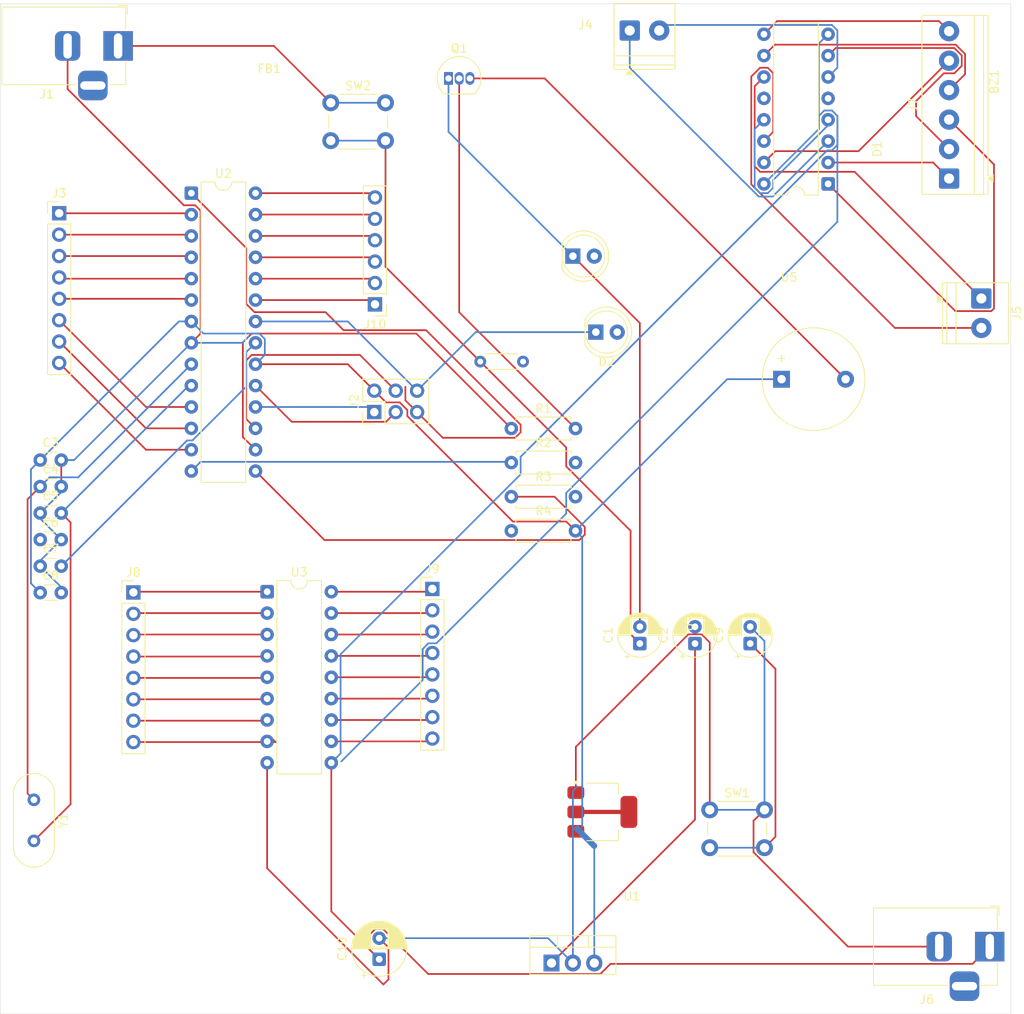
<source format=kicad_pcb>
(kicad_pcb (version 20241229) (generator "pcbnew") (generator_version "9.0")
  (title_block (title "Arnav BhandariIPd task1"))
  (layers (0 "F.Cu" signal) (2 "B.Cu" signal) (13 "F.Paste" user) (15 "B.Paste" user) (5 "F.SilkS" user "F.Silkscreen") (7 "B.SilkS" user "B.Silkscreen") (1 "F.Mask" user) (3 "B.Mask" user) (25 "Edge.Cuts" user))
  (net 0 "")
  (net 1 "Net-(BZ1--)")
  (net 2 "+5V")
  (net 3 "Net-(C1-Pad1)")
  (net 4 "GND")
  (net 5 "Net-(U1-IN)")
  (net 6 "Net-(U2-XTAL1{slash}PB6)")
  (net 7 "Net-(U2-XTAL2{slash}PB7)")
  (net 8 "Net-(U2-AREF)")
  (net 9 "Reset")
  (net 10 "V_Motor")
  (net 11 "Net-(D1-A)")
  (net 12 "Net-(D2-A)")
  (net 13 "Net-(J1-Pad1)")
  (net 14 "MOSI")
  (net 15 "SCK")
  (net 16 "MISO")
  (net 17 "Net-(J3-Pin_6)")
  (net 18 "Net-(J3-Pin_2)")
  (net 19 "Net-(J3-Pin_7)")
  (net 20 "Net-(J3-Pin_5)")
  (net 21 "Net-(J3-Pin_3)")
  (net 22 "Net-(J3-Pin_8)")
  (net 23 "Net-(J3-Pin_4)")
  (net 24 "Net-(J3-Pin_1)")
  (net 25 "Net-(J4-Pin_2)")
  (net 26 "Net-(J4-Pin_1)")
  (net 27 "Net-(J5-Pin_1)")
  (net 28 "Net-(J5-Pin_2)")
  (net 29 "Net-(J7-Pin_6)")
  (net 30 "Net-(J7-Pin_1)")
  (net 31 "Net-(J7-Pin_3)")
  (net 32 "Net-(J7-Pin_4)")
  (net 33 "Net-(J7-Pin_5)")
  (net 34 "Net-(J7-Pin_2)")
  (net 35 "Net-(J8-Pin_5)")
  (net 36 "Net-(J8-Pin_3)")
  (net 37 "Net-(J8-Pin_7)")
  (net 38 "Net-(J8-Pin_8)")
  (net 39 "Net-(J8-Pin_6)")
  (net 40 "Net-(J8-Pin_1)")
  (net 41 "Net-(J8-Pin_4)")
  (net 42 "Net-(J8-Pin_2)")
  (net 43 "Net-(J9-Pin_7)")
  (net 44 "Net-(J9-Pin_6)")
  (net 45 "Net-(J9-Pin_4)")
  (net 46 "Net-(J9-Pin_5)")
  (net 47 "Net-(J9-Pin_2)")
  (net 48 "Net-(J9-Pin_8)")
  (net 49 "Net-(J9-Pin_1)")
  (net 50 "Net-(J9-Pin_3)")
  (net 51 "Net-(J10-Pin_4)")
  (net 52 "Net-(J10-Pin_5)")
  (net 53 "Net-(J10-Pin_1)")
  (net 54 "Net-(J10-Pin_3)")
  (net 55 "Net-(J10-Pin_6)")
  (net 56 "Net-(J10-Pin_2)")
  (net 57 "Net-(Q1-G)")
  (net 58 "PWM1")
  (net 59 "GPIO_FLAG_1")
  (net 60 "GPIO_FLAG_2")
  (net 61 "+3V3")
  (footprint "Capacitor_THT:C_Disc_D3.0mm_W1.6mm_P2.50mm" (layer "F.Cu") (at 75.75 99.45)
    (property "Reference" "C8")
    (property "Value" "0.1u")
  )
  (footprint "TerminalBlock_Phoenix:TerminalBlock_Phoenix_PT-1,5-2-3.5-H_1x02_P3.50mm_Horizontal" (layer "F.Cu") (at 187.5 64.5 -90)
    (property "Reference" "J5")
    (property "Value" "Screw_Terminal_01x02")
  )
  (footprint "TerminalBlock_Phoenix:TerminalBlock_Phoenix_PT-1,5-6-3.5-H_1x06_P3.50mm_Horizontal" (layer "F.Cu") (at 183.6675 50.25 90)
    (property "Reference" "J7")
    (property "Value" "Screw_Terminal_01x06")
  )
  (footprint "Resistor_THT:R_Axial_DIN0207_L6.3mm_D2.5mm_P7.62mm_Horizontal" (layer "F.Cu") (at 131.69 79.95)
    (property "Reference" "R1")
    (property "Value" "10k")
  )
  (footprint "Package_TO_SOT_THT:TO-92_Inline" (layer "F.Cu") (at 124.23 38.36)
    (property "Reference" "Q1")
    (property "Value" "2N7000")
  )
  (footprint "Capacitor_THT:C_Disc_D3.0mm_W1.6mm_P2.50mm" (layer "F.Cu") (at 75.75 83.7)
    (property "Reference" "C3")
    (property "Value" "0.1u")
  )
  (footprint "LED_THT:LED_D5.0mm" (layer "F.Cu") (at 139 59.47)
    (property "Reference" "D2")
    (property "Value" "LED")
  )
  (footprint "Crystal:Crystal_HC49-U_Vertical" (layer "F.Cu") (at 75 124.06 -90)
    (property "Reference" "Y1")
    (property "Value" "16MHz")
  )
  (footprint "Resistor_THT:R_Axial_DIN0207_L6.3mm_D2.5mm_P7.62mm_Horizontal" (layer "F.Cu") (at 131.69 92.1)
    (property "Reference" "R4")
    (property "Value" "10k")
  )
  (footprint "Capacitor_THT:C_Disc_D3.0mm_W1.6mm_P2.50mm" (layer "F.Cu") (at 75.75 90)
    (property "Reference" "C5")
    (property "Value" "22p")
  )
  (footprint "Connector_BarrelJack:BarrelJack_Horizontal" (layer "F.Cu") (at 188.5 141.5)
    (property "Reference" "J6")
    (property "Value" "Barrel_Jack")
  )
  (footprint "Button_Switch_THT:SW_PUSH_6mm" (layer "F.Cu") (at 155.25 125.25)
    (property "Reference" "SW1")
    (property "Value" "SW_Push")
  )
  (footprint "Capacitor_THT:C_Disc_D3.0mm_W1.6mm_P2.50mm" (layer "F.Cu") (at 75.75 96.3)
    (property "Reference" "C7")
    (property "Value" "0.1u")
  )
  (footprint "Capacitor_THT:CP_Radial_D5.0mm_P2.00mm" (layer "F.Cu") (at 160.05 105.5 90)
    (property "Reference" "C9")
    (property "Value" "1u")
  )
  (footprint "Buzzer_Beeper:Buzzer_12x9.5RM7.6" (layer "F.Cu") (at 163.78 74.09)
    (property "Reference" "BZ1")
    (property "Value" "Buzzer")
  )
  (footprint "TerminalBlock_Phoenix:TerminalBlock_Phoenix_PT-1,5-2-3.5-H_1x02_P3.50mm_Horizontal" (layer "F.Cu") (at 145.75 32.6675)
    (property "Reference" "J4")
    (property "Value" "Screw_Terminal_01x02")
  )
  (footprint "Resistor_THT:R_Axial_DIN0204_L3.6mm_D1.6mm_P5.08mm_Horizontal" (layer "F.Cu") (at 128 72)
    (property "Reference" "FB1")
    (property "Value" "FerriteBead")
  )
  (footprint "Capacitor_THT:CP_Radial_D5.0mm_P2.00mm" (layer "F.Cu") (at 146.95 105.5 90)
    (property "Reference" "C1")
    (property "Value" "1u")
  )
  (footprint "Button_Switch_THT:SW_PUSH_6mm" (layer "F.Cu") (at 110.25 41.25)
    (property "Reference" "SW2")
    (property "Value" "SW_Push")
  )
  (footprint "Connector_PinHeader_2.54mm:PinHeader_1x06_P2.54mm_Vertical" (layer "F.Cu") (at 115.5 65.2 180)
    (property "Reference" "J10")
    (property "Value" "Conn_01x06")
  )
  (footprint "LED_THT:LED_D5.0mm" (layer "F.Cu") (at 141.725 68.5)
    (property "Reference" "D1")
    (property "Value" "LED")
  )
  (footprint "Connector_PinHeader_2.54mm:PinHeader_1x08_P2.54mm_Vertical" (layer "F.Cu") (at 86.815 99.42)
    (property "Reference" "J8")
    (property "Value" "Conn_01x08")
  )
  (footprint "Connector_PinHeader_2.54mm:PinHeader_1x08_P2.54mm_Vertical" (layer "F.Cu") (at 78 54.38)
    (property "Reference" "J3")
    (property "Value" "Conn_01x08")
  )
  (footprint "Connector_BarrelJack:BarrelJack_Horizontal" (layer "F.Cu") (at 85 34.5)
    (property "Reference" "J1")
    (property "Value" "Barrel_Jack")
  )
  (footprint "Package_DIP:DIP-16_W7.62mm" (layer "F.Cu") (at 169.305 50.89 180)
    (property "Reference" "U5")
    (property "Value" "L293")
  )
  (footprint "Package_DIP:DIP-18_W7.62mm" (layer "F.Cu") (at 102.695 99.34)
    (property "Reference" "U3")
    (property "Value" "ULN2803A")
  )
  (footprint "Capacitor_THT:C_Disc_D3.0mm_W1.6mm_P2.50mm" (layer "F.Cu") (at 75.75 93.15)
    (property "Reference" "C6")
    (property "Value" "0.1u")
  )
  (footprint "Package_TO_SOT_THT:TO-220-3_Vertical" (layer "F.Cu") (at 136.46 143.45)
    (property "Reference" "U1")
    (property "Value" "L7805")
  )
  (footprint "Capacitor_THT:CP_Radial_D5.0mm_P2.00mm" (layer "F.Cu") (at 153.5 105.5 90)
    (property "Reference" "C2")
    (property "Value" "1u")
  )
  (footprint "Capacitor_THT:C_Disc_D3.0mm_W1.6mm_P2.50mm" (layer "F.Cu") (at 75.75 86.85)
    (property "Reference" "C4")
    (property "Value" "22p")
  )
  (footprint "Capacitor_THT:CP_Radial_D6.3mm_P2.50mm" (layer "F.Cu") (at 116 143 90)
    (property "Reference" "C10")
    (property "Value" "100u")
  )
  (footprint "Resistor_THT:R_Axial_DIN0207_L6.3mm_D2.5mm_P7.62mm_Horizontal" (layer "F.Cu") (at 131.69 84)
    (property "Reference" "R2")
    (property "Value" "330")
  )
  (footprint "Connector_PinHeader_2.54mm:PinHeader_2x03_P2.54mm_Vertical" (layer "F.Cu") (at 115.42 78 90)
    (property "Reference" "J2")
    (property "Value" "Conn_02x03_Odd_Even")
  )
  (footprint "Package_TO_SOT_SMD:SOT-223-3_TabPin2" (layer "F.Cu") (at 142.5 125.5)
    (property "Reference" "U4")
    (property "Value" "AMS1117-3.3")
  )
  (footprint "Resistor_THT:R_Axial_DIN0207_L6.3mm_D2.5mm_P7.62mm_Horizontal" (layer "F.Cu") (at 131.69 88.05)
    (property "Reference" "R3")
    (property "Value" "330")
  )
  (footprint "Package_DIP:DIP-28_W7.62mm" (layer "F.Cu") (at 93.695 51.99)
    (property "Reference" "U2")
    (property "Value" "ATmega328P-P")
  )
  (footprint "Connector_PinHeader_2.54mm:PinHeader_1x08_P2.54mm_Vertical" (layer "F.Cu") (at 122.315 99)
    (property "Reference" "J9")
    (property "Value" "Conn_01x08")
  )
  (gr_rect (start 71 29.5) (end 191 149.5) (stroke (width 0.05)) (fill no) (layer "Edge.Cuts"))
  (segment (start 135.65 38.36) (end 171.38 74.09) (width 0.2) (layer "F.Cu") (net 1))
  (segment (start 126.77 38.36) (end 135.65 38.36) (width 0.2) (layer "F.Cu") (net 1))
  (segment (start 116.809 76.849) (end 118.43676 76.849) (width 0.2) (layer "F.Cu") (net 2))
  (segment (start 101.315 72.31) (end 112.27 72.31) (width 0.2) (layer "F.Cu") (net 2))
  (segment (start 112.27 72.31) (end 115.42 75.46) (width 0.2) (layer "F.Cu") (net 2))
  (segment (start 131.87124 90.999) (end 138.209 90.999) (width 0.2) (layer "F.Cu") (net 2))
  (segment (start 118.43676 76.849) (end 119.349 77.76124) (width 0.2) (layer "F.Cu") (net 2))
  (segment (start 119.349 77.76124) (end 119.349 78.47676) (width 0.2) (layer "F.Cu") (net 2))
  (segment (start 119.349 78.47676) (end 131.87124 90.999) (width 0.2) (layer "F.Cu") (net 2))
  (segment (start 115.42 75.46) (end 116.809 76.849) (width 0.2) (layer "F.Cu") (net 2))
  (segment (start 138.209 90.999) (end 139.31 92.1) (width 0.2) (layer "F.Cu") (net 2))
  (segment (start 92.22 67.23) (end 93.695 67.23) (width 0.2) (layer "B.Cu") (net 2))
  (segment (start 140.109999 92.899999) (end 140.109999 127.291001) (width 0.2) (layer "B.Cu") (net 2))
  (segment (start 139.31 92.1) (end 140.109999 92.899999) (width 0.2) (layer "B.Cu") (net 2))
  (segment (start 101.77105 68.669) (end 102.416 69.31395) (width 0.2) (layer "B.Cu") (net 2))
  (segment (start 74.649 84.801) (end 75.75 83.7) (width 0.2) (layer "B.Cu") (net 2))
  (segment (start 102.416 71.209) (end 101.315 72.31) (width 0.2) (layer "B.Cu") (net 2))
  (segment (start 141.54 143.45) (end 141.54 129.54) (width 0.2) (layer "B.Cu") (net 2))
  (segment (start 163.78 74.09) (end 157.32 74.09) (width 0.2) (layer "B.Cu") (net 2))
  (segment (start 157.32 74.09) (end 139.31 92.1) (width 0.2) (layer "B.Cu") (net 2))
  (segment (start 93.695 67.23) (end 95.134 68.669) (width 0.2) (layer "B.Cu") (net 2))
  (segment (start 141.54 129.54) (end 139.5 127.5) (width 0.7) (layer "B.Cu") (net 2))
  (segment (start 75.75 83.7) (end 92.22 67.23) (width 0.2) (layer "B.Cu") (net 2))
  (segment (start 102.416 69.31395) (end 102.416 71.209) (width 0.2) (layer "B.Cu") (net 2))
  (segment (start 95.134 68.669) (end 101.77105 68.669) (width 0.2) (layer "B.Cu") (net 2))
  (segment (start 75.75 99.45) (end 74.649 98.349) (width 0.2) (layer "B.Cu") (net 2))
  (segment (start 74.649 98.349) (end 74.649 84.801) (width 0.2) (layer "B.Cu") (net 2))
  (segment (start 145.849 104.399) (end 145.849 92.09605) (width 0.2) (layer "F.Cu") (net 3))
  (segment (start 138.209 84.45605) (end 138.209 82.209) (width 0.2) (layer "F.Cu") (net 3))
  (segment (start 116.75 60.75) (end 128 72) (width 0.2) (layer "F.Cu") (net 3))
  (segment (start 146.95 105.45) (end 146.5 105) (width 0.2) (layer "F.Cu") (net 3))
  (segment (start 145.849 92.09605) (end 138.209 84.45605) (width 0.2) (layer "F.Cu") (net 3))
  (segment (start 116.75 45.75) (end 116.75 60.75) (width 0.2) (layer "F.Cu") (net 3))
  (segment (start 138.209 82.209) (end 128 72) (width 0.2) (layer "F.Cu") (net 3))
  (segment (start 146.95 105.5) (end 145.849 104.399) (width 0.2) (layer "F.Cu") (net 3))
  (segment (start 146.95 105.5) (end 146.95 105.45) (width 0.2) (layer "F.Cu") (net 3))
  (segment (start 110.25 45.75) (end 116.75 45.75) (width 0.2) (layer "B.Cu") (net 3))
  (segment (start 117.101 141.601) (end 116 140.5) (width 0.2) (layer "F.Cu") (net 4))
  (segment (start 94.796 54.07395) (end 94.796 68.669) (width 0.2) (layer "F.Cu") (net 4))
  (segment (start 152.71484 104.399) (end 154.28516 104.399) (width 0.2) (layer "F.Cu") (net 4))
  (segment (start 182.5 141.5) (end 171.660108 141.5) (width 0.2) (layer "F.Cu") (net 4))
  (segment (start 94.15105 53.429) (end 94.796 54.07395) (width 0.2) (layer "F.Cu") (net 4))
  (segment (start 160.449 130.288892) (end 160.449 126.551) (width 0.2) (layer "F.Cu") (net 4))
  (segment (start 79 34.5) (end 79 39.620412) (width 0.2) (layer "F.Cu") (net 4))
  (segment (start 102.695 132.195) (end 116.5 146) (width 0.2) (layer "F.Cu") (net 4))
  (segment (start 146.95 103.5) (end 146.95 67.42) (width 0.2) (layer "F.Cu") (net 4))
  (segment (start 117.101 145.399) (end 117.101 141.601) (width 0.2) (layer "F.Cu") (net 4))
  (segment (start 116.5 146) (end 117.101 145.399) (width 0.2) (layer "F.Cu") (net 4))
  (segment (start 139.35 123.2) (end 139.35 117.76384) (width 0.2) (layer "F.Cu") (net 4))
  (segment (start 154.28516 104.399) (end 155.25 105.36384) (width 0.2) (layer "F.Cu") (net 4))
  (segment (start 94.796 68.669) (end 93.695 69.77) (width 0.2) (layer "F.Cu") (net 4))
  (segment (start 146.95 67.42) (end 139 59.47) (width 0.2) (layer "F.Cu") (net 4))
  (segment (start 102.695 119.66) (end 102.695 132.195) (width 0.2) (layer "F.Cu") (net 4))
  (segment (start 92.808588 53.429) (end 94.15105 53.429) (width 0.2) (layer "F.Cu") (net 4))
  (segment (start 171.660108 141.5) (end 160.449 130.288892) (width 0.2) (layer "F.Cu") (net 4))
  (segment (start 79 39.620412) (end 92.808588 53.429) (width 0.2) (layer "F.Cu") (net 4))
  (segment (start 155.25 105.36384) (end 155.25 125.25) (width 0.2) (layer "F.Cu") (net 4))
  (segment (start 78.25 86.85) (end 78.25 83.7) (width 0.2) (layer "F.Cu") (net 4))
  (segment (start 139.35 117.76384) (end 152.71484 104.399) (width 0.2) (layer "F.Cu") (net 4))
  (segment (start 160.449 126.551) (end 161.75 125.25) (width 0.2) (layer "F.Cu") (net 4))
  (segment (start 120.5 75.46) (end 127.46 68.5) (width 0.2) (layer "B.Cu") (net 4))
  (segment (start 127.46 68.5) (end 141.725 68.5) (width 0.2) (layer "B.Cu") (net 4))
  (segment (start 161.75 125.25) (end 161.75 105.2) (width 0.2) (layer "B.Cu") (net 4))
  (segment (start 162.786 51.34605) (end 162.14105 51.991) (width 0.2) (layer "B.Cu") (net 4))
  (segment (start 136.05 140.5) (end 139 143.45) (width 0.2) (layer "B.Cu") (net 4))
  (segment (start 78.25 83.7) (end 79.765 83.7) (width 0.2) (layer "B.Cu") (net 4))
  (segment (start 78.15 86.15) (end 78.25 86.15) (width 0.2) (layer "B.Cu") (net 4))
  (segment (start 79.765 83.7) (end 93.695 69.77) (width 0.2) (layer "B.Cu") (net 4))
  (segment (start 112.27 67.23) (end 120.5 75.46) (width 0.2) (layer "B.Cu") (net 4))
  (segment (start 78.25 83.7) (end 78.25 83.75) (width 0.2) (layer "B.Cu") (net 4))
  (segment (start 139 123) (end 139.5 122.5) (width 0.2) (layer "B.Cu") (net 4))
  (segment (start 78.25 86.25) (end 78.15 86.15) (width 0.2) (layer "B.Cu") (net 4))
  (segment (start 116 140.5) (end 136.05 140.5) (width 0.2) (layer "B.Cu") (net 4))
  (segment (start 75.75 90) (end 78.25 87.5) (width 0.2) (layer "B.Cu") (net 4))
  (segment (start 155.25 125.25) (end 161.75 125.25) (width 0.2) (layer "B.Cu") (net 4))
  (segment (start 161.22895 51.991) (end 160.584 51.34605) (width 0.2) (layer "B.Cu") (net 4))
  (segment (start 99.75795 69.77) (end 100.45795 69.07) (width 0.2) (layer "B.Cu") (net 4))
  (segment (start 75.75 90.65) (end 75.75 90) (width 0.2) (layer "B.Cu") (net 4))
  (segment (start 124.23 38.36) (end 124.23 44.7) (width 0.2) (layer "B.Cu") (net 4))
  (segment (start 124.23 44.7) (end 139 59.47) (width 0.2) (layer "B.Cu") (net 4))
  (segment (start 78.25 87.5) (end 78.25 86.85) (width 0.2) (layer "B.Cu") (net 4))
  (segment (start 78.25 86.85) (end 78.25 86.25) (width 0.2) (layer "B.Cu") (net 4))
  (segment (start 78.25 83.75) (end 78.5 84) (width 0.2) (layer "B.Cu") (net 4))
  (segment (start 169.305 43.91495) (end 162.786 50.43395) (width 0.2) (layer "B.Cu") (net 4))
  (segment (start 162.786 50.43395) (end 162.786 51.34605) (width 0.2) (layer "B.Cu") (net 4))
  (segment (start 78.25 98.8) (end 75.75 96.3) (width 0.2) (layer "B.Cu") (net 4))
  (segment (start 78.25 99.45) (end 78.25 98.8) (width 0.2) (layer "B.Cu") (net 4))
  (segment (start 162.14105 51.991) (end 161.22895 51.991) (width 0.2) (layer "B.Cu") (net 4))
  (segment (start 161.75 105.2) (end 160.05 103.5) (width 0.2) (layer "B.Cu") (net 4))
  (segment (start 75.75 95.65) (end 78.25 93.15) (width 0.2) (layer "B.Cu") (net 4))
  (segment (start 139 143.45) (end 139 123) (width 0.2) (layer "B.Cu") (net 4))
  (segment (start 75.75 96.3) (end 75.75 95.65) (width 0.2) (layer "B.Cu") (net 4))
  (segment (start 160.584 44.371) (end 161.685 43.27) (width 0.2) (layer "B.Cu") (net 4))
  (segment (start 93.695 69.77) (end 99.75795 69.77) (width 0.2) (layer "B.Cu") (net 4))
  (segment (start 169.305 43.27) (end 169.305 43.91495) (width 0.2) (layer "B.Cu") (net 4))
  (segment (start 101.315 67.23) (end 112.27 67.23) (width 0.2) (layer "B.Cu") (net 4))
  (segment (start 78.25 93.15) (end 75.75 90.65) (width 0.2) (layer "B.Cu") (net 4))
  (segment (start 160.584 51.34605) (end 160.584 44.371) (width 0.2) (layer "B.Cu") (net 4))
  (segment (start 153.5 126.41) (end 136.46 143.45) (width 0.2) (layer "F.Cu") (net 5))
  (segment (start 153.5 105.5) (end 153.5 126.41) (width 0.2) (layer "F.Cu") (net 5))
  (segment (start 75 124.06) (end 74.25 123.31) (width 0.2) (layer "F.Cu") (net 6))
  (segment (start 74.25 88.35) (end 75.75 86.85) (width 0.2) (layer "F.Cu") (net 6))
  (segment (start 74.25 123.31) (end 74.25 88.35) (width 0.2) (layer "F.Cu") (net 6))
  (segment (start 75.75 86.85) (end 76.851 85.749) (width 0.2) (layer "B.Cu") (net 6))
  (segment (start 76.851 85.749) (end 80.256 85.749) (width 0.2) (layer "B.Cu") (net 6))
  (segment (start 80.256 85.749) (end 93.695 72.31) (width 0.2) (layer "B.Cu") (net 6))
  (segment (start 79.351 91.101) (end 78.25 90) (width 0.2) (layer "F.Cu") (net 7))
  (segment (start 79.351 124.589) (end 79.351 91.101) (width 0.2) (layer "F.Cu") (net 7))
  (segment (start 75 128.94) (end 79.351 124.589) (width 0.2) (layer "F.Cu") (net 7))
  (segment (start 78.25 90) (end 93.4 74.85) (width 0.2) (layer "B.Cu") (net 7))
  (segment (start 93.4 74.85) (end 93.695 74.85) (width 0.2) (layer "B.Cu") (net 7))
  (segment (start 100.214 74.96805) (end 100.214 70.871) (width 0.2) (layer "B.Cu") (net 8))
  (segment (start 100.214 70.871) (end 101.315 69.77) (width 0.2) (layer "B.Cu") (net 8))
  (segment (start 93.181 81.369) (end 93.81305 81.369) (width 0.2) (layer "B.Cu") (net 8))
  (segment (start 78.25 96.3) (end 93.181 81.369) (width 0.2) (layer "B.Cu") (net 8))
  (segment (start 93.81305 81.369) (end 100.214 74.96805) (width 0.2) (layer "B.Cu") (net 8))
  (segment (start 109.629 66.129) (end 111.768 68.268) (width 0.2) (layer "F.Cu") (net 9))
  (segment (start 100.214 65.14605) (end 101.19695 66.129) (width 0.2) (layer "F.Cu") (net 9))
  (segment (start 163.051 128.449) (end 161.75 129.75) (width 0.2) (layer "F.Cu") (net 9))
  (segment (start 132.14605 81.051) (end 123.551 81.051) (width 0.2) (layer "F.Cu") (net 9))
  (segment (start 93.695 51.99) (end 100.214 58.509) (width 0.2) (layer "F.Cu") (net 9))
  (segment (start 160.05 105.5) (end 163.051 108.501) (width 0.2) (layer "F.Cu") (net 9))
  (segment (start 132.791 79.49395) (end 132.791 80.40605) (width 0.2) (layer "F.Cu") (net 9))
  (segment (start 121.56505 68.268) (end 132.791 79.49395) (width 0.2) (layer "F.Cu") (net 9))
  (segment (start 163.051 108.501) (end 163.051 128.449) (width 0.2) (layer "F.Cu") (net 9))
  (segment (start 119.111 76.611) (end 120.5 78) (width 0.2) (layer "F.Cu") (net 9))
  (segment (start 101.19695 66.129) (end 109.629 66.129) (width 0.2) (layer "F.Cu") (net 9))
  (segment (start 123.551 81.051) (end 120.5 78) (width 0.2) (layer "F.Cu") (net 9))
  (segment (start 119.111 74.98324) (end 119.111 76.611) (width 0.2) (layer "F.Cu") (net 9))
  (segment (start 132.791 80.40605) (end 132.14605 81.051) (width 0.2) (layer "F.Cu") (net 9))
  (segment (start 111.768 68.268) (end 121.56505 68.268) (width 0.2) (layer "F.Cu") (net 9))
  (segment (start 100.214 58.509) (end 100.214 65.14605) (width 0.2) (layer "F.Cu") (net 9))
  (segment (start 155.25 129.75) (end 161.75 129.75) (width 0.2) (layer "B.Cu") (net 9))
  (segment (start 143.461217 143.551) (end 142.261217 144.751) (width 0.2) (layer "F.Cu") (net 10))
  (segment (start 114.899 140.04395) (end 114.899 141.899) (width 0.2) (layer "F.Cu") (net 10))
  (segment (start 116.45605 139.399) (end 115.54395 139.399) (width 0.2) (layer "F.Cu") (net 10))
  (segment (start 169.305 33.11) (end 169.61 33.11) (width 0.2) (layer "F.Cu") (net 10))
  (segment (start 115.54395 139.399) (end 114.899 140.04395) (width 0.2) (layer "F.Cu") (net 10))
  (segment (start 188.5 141.5) (end 186.449 143.551) (width 0.2) (layer "F.Cu") (net 10))
  (segment (start 110.315 137.315) (end 116 143) (width 0.2) (layer "F.Cu") (net 10))
  (segment (start 142.261217 144.751) (end 121.80805 144.751) (width 0.2) (layer "F.Cu") (net 10))
  (segment (start 186.449 143.551) (end 143.461217 143.551) (width 0.2) (layer "F.Cu") (net 10))
  (segment (start 121.80805 144.751) (end 116.45605 139.399) (width 0.2) (layer "F.Cu") (net 10))
  (segment (start 114.899 141.899) (end 116 143) (width 0.2) (layer "F.Cu") (net 10))
  (segment (start 110.315 119.66) (end 110.315 137.315) (width 0.2) (layer "F.Cu") (net 10))
  (segment (start 138.209 90.05176) (end 122.79176 105.469) (width 0.2) (layer "B.Cu") (net 10))
  (segment (start 138.209 87.59395) (end 138.209 90.05176) (width 0.2) (layer "B.Cu") (net 10))
  (segment (start 170.406 42.81395) (end 170.406 46.26605) (width 0.2) (layer "B.Cu") (net 10))
  (segment (start 169.305 33.11) (end 168.204 34.211) (width 0.2) (layer "B.Cu") (net 10))
  (segment (start 132.791 85.39195) (end 111.416 106.76695) (width 0.2) (layer "B.Cu") (net 10))
  (segment (start 169.76105 46.911) (end 169.18695 46.911) (width 0.2) (layer "B.Cu") (net 10))
  (segment (start 111.416 118.559) (end 110.315 119.66) (width 0.2) (layer "B.Cu") (net 10))
  (segment (start 170.406 46.26605) (end 169.76105 46.911) (width 0.2) (layer "B.Cu") (net 10))
  (segment (start 111.416 106.76695) (end 111.416 118.559) (width 0.2) (layer "B.Cu") (net 10))
  (segment (start 121.164 109.836) (end 111.5 119.5) (width 0.2) (layer "B.Cu") (net 10))
  (segment (start 169.76105 42.169) (end 170.406 42.81395) (width 0.2) (layer "B.Cu") (net 10))
  (segment (start 121.164 106.14324) (end 121.164 109.836) (width 0.2) (layer "B.Cu") (net 10))
  (segment (start 168.204 34.211) (end 168.204 44.371) (width 0.2) (layer "B.Cu") (net 10))
  (segment (start 161.685 50.89) (end 168.204 44.371) (width 0.2) (layer "B.Cu") (net 10))
  (segment (start 121.83824 105.469) (end 121.164 106.14324) (width 0.2) (layer "B.Cu") (net 10))
  (segment (start 169.18695 46.911) (end 132.791 83.30695) (width 0.2) (layer "B.Cu") (net 10))
  (segment (start 168.84895 42.169) (end 169.76105 42.169) (width 0.2) (layer "B.Cu") (net 10))
  (segment (start 170.406 42.81395) (end 170.406 55.39695) (width 0.2) (layer "B.Cu") (net 10))
  (segment (start 170.406 55.39695) (end 138.209 87.59395) (width 0.2) (layer "B.Cu") (net 10))
  (segment (start 132.791 83.30695) (end 132.791 85.39195) (width 0.2) (layer "B.Cu") (net 10))
  (segment (start 168.204 42.81395) (end 168.84895 42.169) (width 0.2) (layer "B.Cu") (net 10))
  (segment (start 168.204 44.371) (end 168.204 42.81395) (width 0.2) (layer "B.Cu") (net 10))
  (segment (start 122.79176 105.469) (end 121.83824 105.469) (width 0.2) (layer "B.Cu") (net 10))
  (segment (start 144.265 68.5) (end 144.225 68.5) (width 0.2) (layer "B.Cu") (net 11))
  (segment (start 85 34.5) (end 103.5 34.5) (width 0.2) (layer "F.Cu") (net 13))
  (segment (start 103.5 34.5) (end 110.25 41.25) (width 0.2) (layer "F.Cu") (net 13))
  (segment (start 110.25 41.25) (end 116.75 41.25) (width 0.2) (layer "B.Cu") (net 13))
  (segment (start 113.709 71.209) (end 117.96 75.46) (width 0.2) (layer "F.Cu") (net 14))
  (segment (start 101.315 79.93) (end 100.214 78.829) (width 0.2) (layer "F.Cu") (net 14))
  (segment (start 100.214 71.85395) (end 100.85895 71.209) (width 0.2) (layer "F.Cu") (net 14))
  (segment (start 100.214 78.829) (end 100.214 71.85395) (width 0.2) (layer "F.Cu") (net 14))
  (segment (start 100.85895 71.209) (end 113.709 71.209) (width 0.2) (layer "F.Cu") (net 14))
  (segment (start 116.809 79.151) (end 117.96 78) (width 0.2) (layer "F.Cu") (net 15))
  (segment (start 101.315 74.85) (end 105.616 79.151) (width 0.2) (layer "F.Cu") (net 15))
  (segment (start 105.616 79.151) (end 116.809 79.151) (width 0.2) (layer "F.Cu") (net 15))
  (segment (start 101.315 77.39) (end 114.81 77.39) (width 0.2) (layer "B.Cu") (net 16))
  (segment (start 114.81 77.39) (end 115.42 78) (width 0.2) (layer "B.Cu") (net 16))
  (segment (start 78 67.08) (end 88.31 77.39) (width 0.2) (layer "F.Cu") (net 17))
  (segment (start 88.31 77.39) (end 93.695 77.39) (width 0.2) (layer "F.Cu") (net 17))
  (segment (start 78 56.92) (end 93.545 56.92) (width 0.2) (layer "F.Cu") (net 18))
  (segment (start 93.545 56.92) (end 93.695 57.07) (width 0.2) (layer "F.Cu") (net 18))
  (segment (start 78 69.62) (end 88.31 79.93) (width 0.2) (layer "F.Cu") (net 19))
  (segment (start 88.31 79.93) (end 93.695 79.93) (width 0.2) (layer "F.Cu") (net 19))
  (segment (start 78 64.54) (end 93.545 64.54) (width 0.2) (layer "F.Cu") (net 20))
  (segment (start 93.545 64.54) (end 93.695 64.69) (width 0.2) (layer "F.Cu") (net 20))
  (segment (start 78 59.46) (end 93.545 59.46) (width 0.2) (layer "F.Cu") (net 21))
  (segment (start 93.545 59.46) (end 93.695 59.61) (width 0.2) (layer "F.Cu") (net 21))
  (segment (start 88.31 82.47) (end 93.695 82.47) (width 0.2) (layer "F.Cu") (net 22))
  (segment (start 78 72.16) (end 88.31 82.47) (width 0.2) (layer "F.Cu") (net 22))
  (segment (start 78.65 62.15) (end 93.695 62.15) (width 0.2) (layer "F.Cu") (net 23))
  (segment (start 78 62) (end 78.5 62) (width 0.2) (layer "F.Cu") (net 23))
  (segment (start 78.5 62) (end 78.65 62.15) (width 0.2) (layer "F.Cu") (net 23))
  (segment (start 78 54.38) (end 93.545 54.38) (width 0.2) (layer "F.Cu") (net 24))
  (segment (start 93.545 54.38) (end 93.695 54.53) (width 0.2) (layer "F.Cu") (net 24))
  (segment (start 149.25 32.6675) (end 149.25 32.75) (width 0.2) (layer "F.Cu") (net 25))
  (segment (start 149.25 32.75) (end 149.5 33) (width 0.2) (layer "F.Cu") (net 25))
  (segment (start 170.406 32.65395) (end 169.76105 32.009) (width 0.2) (layer "B.Cu") (net 25))
  (segment (start 149.9085 32.009) (end 149.25 32.6675) (width 0.2) (layer "B.Cu") (net 25))
  (segment (start 169.76105 32.009) (end 149.9085 32.009) (width 0.2) (layer "B.Cu") (net 25))
  (segment (start 169.305 38.19) (end 170.406 37.089) (width 0.2) (layer "B.Cu") (net 25))
  (segment (start 170.406 37.089) (end 170.406 32.65395) (width 0.2) (layer "B.Cu") (net 25))
  (segment (start 162.723 52.392) (end 161.06285 52.392) (width 0.2) (layer "B.Cu") (net 26))
  (segment (start 145.75 37.07915) (end 145.75 32.6675) (width 0.2) (layer "B.Cu") (net 26))
  (segment (start 169.305 45.81) (end 162.723 52.392) (width 0.2) (layer "B.Cu") (net 26))
  (segment (start 161.06285 52.392) (end 145.75 37.07915) (width 0.2) (layer "B.Cu") (net 26))
  (segment (start 172.451 49.451) (end 161.22895 49.451) (width 0.2) (layer "F.Cu") (net 27))
  (segment (start 161.22895 49.451) (end 160.584 48.80605) (width 0.2) (layer "F.Cu") (net 27))
  (segment (start 160.584 48.80605) (end 160.584 39.291) (width 0.2) (layer "F.Cu") (net 27))
  (segment (start 187.5 64.5) (end 172.451 49.451) (width 0.2) (layer "F.Cu") (net 27))
  (segment (start 160.584 39.291) (end 161.685 38.19) (width 0.2) (layer "F.Cu") (net 27))
  (segment (start 162.786 37.73395) (end 162.786 44.709) (width 0.2) (layer "F.Cu") (net 28))
  (segment (start 187.5 68) (end 177.23795 68) (width 0.2) (layer "F.Cu") (net 28))
  (segment (start 160.183 50.94505) (end 160.183 38.13495) (width 0.2) (layer "F.Cu") (net 28))
  (segment (start 177.23795 68) (end 160.183 50.94505) (width 0.2) (layer "F.Cu") (net 28))
  (segment (start 162.786 44.709) (end 161.685 45.81) (width 0.2) (layer "F.Cu") (net 28))
  (segment (start 161.22895 37.089) (end 162.14105 37.089) (width 0.2) (layer "F.Cu") (net 28))
  (segment (start 162.14105 37.089) (end 162.786 37.73395) (width 0.2) (layer "F.Cu") (net 28))
  (segment (start 160.183 38.13495) (end 161.22895 37.089) (width 0.2) (layer "F.Cu") (net 28))
  (segment (start 183.6675 32.75) (end 182.4675 31.55) (width 0.2) (layer "F.Cu") (net 29))
  (segment (start 182.4675 31.55) (end 163.245 31.55) (width 0.2) (layer "F.Cu") (net 29))
  (segment (start 163.245 31.55) (end 161.685 33.11) (width 0.2) (layer "F.Cu") (net 29))
  (segment (start 183.6675 50.25) (end 181.7675 48.35) (width 0.2) (layer "F.Cu") (net 30))
  (segment (start 181.7675 48.35) (end 169.305 48.35) (width 0.2) (layer "F.Cu") (net 30))
  (segment (start 189.001 48.5835) (end 189.001 65.68516) (width 0.2) (layer "F.Cu") (net 31))
  (segment (start 184.416 66.001) (end 169.305 50.89) (width 0.2) (layer "F.Cu") (net 31))
  (segment (start 188.68516 66.001) (end 184.416 66.001) (width 0.2) (layer "F.Cu") (net 31))
  (segment (start 189.001 65.68516) (end 188.68516 66.001) (width 0.2) (layer "F.Cu") (net 31))
  (segment (start 183.6675 43.25) (end 189.001 48.5835) (width 0.2) (layer "F.Cu") (net 31))
  (segment (start 184.455335 34.348) (end 162.987 34.348) (width 0.2) (layer "F.Cu") (net 32))
  (segment (start 185.5695 37.848) (end 185.5695 35.462165) (width 0.2) (layer "F.Cu") (net 32))
  (segment (start 183.6675 39.75) (end 185.5695 37.848) (width 0.2) (layer "F.Cu") (net 32))
  (segment (start 185.5695 35.462165) (end 184.455335 34.348) (width 0.2) (layer "F.Cu") (net 32))
  (segment (start 162.987 34.348) (end 161.685 35.65) (width 0.2) (layer "F.Cu") (net 32))
  (segment (start 183.6675 36.25) (end 172.9175 47) (width 0.2) (layer "F.Cu") (net 33))
  (segment (start 163.035 47) (end 161.685 48.35) (width 0.2) (layer "F.Cu") (net 33))
  (segment (start 172.9175 47) (end 163.035 47) (width 0.2) (layer "F.Cu") (net 33))
  (segment (start 184.289235 34.749) (end 170.206 34.749) (width 0.2) (layer "F.Cu") (net 34))
  (segment (start 183.6675 46.75) (end 179.75 42.8325) (width 0.2) (layer "F.Cu") (net 34))
  (segment (start 179.75 41.046765) (end 183.045765 37.751) (width 0.2) (layer "F.Cu") (net 34))
  (segment (start 183.045765 37.751) (end 184.289235 37.751) (width 0.2) (layer "F.Cu") (net 34))
  (segment (start 184.289235 37.751) (end 185.1685 36.871735) (width 0.2) (layer "F.Cu") (net 34))
  (segment (start 170.206 34.749) (end 169.305 35.65) (width 0.2) (layer "F.Cu") (net 34))
  (segment (start 179.75 42.8325) (end 179.75 41.046765) (width 0.2) (layer "F.Cu") (net 34))
  (segment (start 185.1685 35.628265) (end 184.289235 34.749) (width 0.2) (layer "F.Cu") (net 34))
  (segment (start 185.1685 36.871735) (end 185.1685 35.628265) (width 0.2) (layer "F.Cu") (net 34))
  (segment (start 86.815 109.58) (end 102.615 109.58) (width 0.2) (layer "F.Cu") (net 35))
  (segment (start 102.615 109.58) (end 102.695 109.5) (width 0.2) (layer "F.Cu") (net 35))
  (segment (start 86.895 104.42) (end 86.815 104.5) (width 0.2) (layer "F.Cu") (net 36))
  (segment (start 102.695 104.42) (end 86.895 104.42) (width 0.2) (layer "F.Cu") (net 36))
  (segment (start 86.815 114.66) (end 102.615 114.66) (width 0.2) (layer "F.Cu") (net 37))
  (segment (start 102.615 114.66) (end 102.695 114.58) (width 0.2) (layer "F.Cu") (net 37))
  (segment (start 103 116.815) (end 102.695 117.12) (width 0.2) (layer "F.Cu") (net 38))
  (segment (start 86.815 117.2) (end 103.7 117.2) (width 0.2) (layer "F.Cu") (net 38))
  (segment (start 103.7 117.2) (end 103.315 116.815) (width 0.2) (layer "F.Cu") (net 38))
  (segment (start 103.315 116.815) (end 103 116.815) (width 0.2) (layer "F.Cu") (net 38))
  (segment (start 86.815 112.12) (end 102.615 112.12) (width 0.2) (layer "F.Cu") (net 39))
  (segment (start 102.615 112.12) (end 102.695 112.04) (width 0.2) (layer "F.Cu") (net 39))
  (segment (start 102.695 99.34) (end 86.895 99.34) (width 0.2) (layer "F.Cu") (net 40))
  (segment (start 86.895 99.34) (end 86.815 99.42) (width 0.2) (layer "F.Cu") (net 40))
  (segment (start 86.815 107.04) (end 102.615 107.04) (width 0.2) (layer "F.Cu") (net 41))
  (segment (start 102.615 107.04) (end 102.695 106.96) (width 0.2) (layer "F.Cu") (net 41))
  (segment (start 86.895 101.88) (end 86.815 101.96) (width 0.2) (layer "F.Cu") (net 42))
  (segment (start 102.695 101.88) (end 86.895 101.88) (width 0.2) (layer "F.Cu") (net 42))
  (segment (start 110.315 114.58) (end 121.975 114.58) (width 0.2) (layer "F.Cu") (net 43))
  (segment (start 121.975 114.58) (end 122.315 114.24) (width 0.2) (layer "F.Cu") (net 43))
  (segment (start 121.975 112.04) (end 122.315 111.7) (width 0.2) (layer "F.Cu") (net 44))
  (segment (start 110.315 112.04) (end 121.975 112.04) (width 0.2) (layer "F.Cu") (net 44))
  (segment (start 110.315 106.96) (end 121.975 106.96) (width 0.2) (layer "F.Cu") (net 45))
  (segment (start 121.975 106.96) (end 122.315 106.62) (width 0.2) (layer "F.Cu") (net 45))
  (segment (start 110.315 109.5) (end 121.975 109.5) (width 0.2) (layer "F.Cu") (net 46))
  (segment (start 121.975 109.5) (end 122.315 109.16) (width 0.2) (layer "F.Cu") (net 46))
  (segment (start 110.315 101.88) (end 121.975 101.88) (width 0.2) (layer "F.Cu") (net 47))
  (segment (start 121.975 101.88) (end 122.315 101.54) (width 0.2) (layer "F.Cu") (net 47))
  (segment (start 110.315 117.12) (end 121.975 117.12) (width 0.2) (layer "F.Cu") (net 48))
  (segment (start 121.975 117.12) (end 122.315 116.78) (width 0.2) (layer "F.Cu") (net 48))
  (segment (start 121.975 99.34) (end 122.315 99) (width 0.2) (layer "F.Cu") (net 49))
  (segment (start 110.315 99.34) (end 121.975 99.34) (width 0.2) (layer "F.Cu") (net 49))
  (segment (start 110.315 104.42) (end 121.975 104.42) (width 0.2) (layer "F.Cu") (net 50))
  (segment (start 121.975 104.42) (end 122.315 104.08) (width 0.2) (layer "F.Cu") (net 50))
  (segment (start 114.99 57.07) (end 115.5 57.58) (width 0.2) (layer "F.Cu") (net 51))
  (segment (start 101.315 57.07) (end 114.99 57.07) (width 0.2) (layer "F.Cu") (net 51))
  (segment (start 114.99 54.53) (end 115.5 55.04) (width 0.2) (layer "F.Cu") (net 52))
  (segment (start 101.315 54.53) (end 114.99 54.53) (width 0.2) (layer "F.Cu") (net 52))
  (segment (start 101.315 64.69) (end 114.99 64.69) (width 0.2) (layer "F.Cu") (net 53))
  (segment (start 114.99 64.69) (end 115.5 65.2) (width 0.2) (layer "F.Cu") (net 53))
  (segment (start 101.315 59.61) (end 114.99 59.61) (width 0.2) (layer "F.Cu") (net 54))
  (segment (start 114.99 59.61) (end 115.5 60.12) (width 0.2) (layer "F.Cu") (net 54))
  (segment (start 101.315 51.99) (end 114.99 51.99) (width 0.2) (layer "F.Cu") (net 55))
  (segment (start 114.99 51.99) (end 115.5 52.5) (width 0.2) (layer "F.Cu") (net 55))
  (segment (start 101.315 62.15) (end 114.99 62.15) (width 0.2) (layer "F.Cu") (net 56))
  (segment (start 114.99 62.15) (end 115.5 62.66) (width 0.2) (layer "F.Cu") (net 56))
  (segment (start 125.056 38.056) (end 125.056 38) (width 0.2) (layer "F.Cu") (net 57))
  (segment (start 125.5 38.36) (end 125.36 38.36) (width 0.2) (layer "F.Cu") (net 57))
  (segment (start 125.5 66.14) (end 139.31 79.95) (width 0.2) (layer "F.Cu") (net 57))
  (segment (start 125.36 38.36) (end 125.056 38.056) (width 0.2) (layer "F.Cu") (net 57))
  (segment (start 125.5 38.36) (end 125.5 66.14) (width 0.2) (layer "F.Cu") (net 57))
  (segment (start 99.813 80.968) (end 99.813 69.71495) (width 0.2) (layer "F.Cu") (net 58))
  (segment (start 101.315 82.47) (end 99.813 80.968) (width 0.2) (layer "F.Cu") (net 58))
  (segment (start 100.85895 68.669) (end 120.409 68.669) (width 0.2) (layer "F.Cu") (net 58))
  (segment (start 120.409 68.669) (end 131.69 79.95) (width 0.2) (layer "F.Cu") (net 58))
  (segment (start 99.813 69.71495) (end 100.85895 68.669) (width 0.2) (layer "F.Cu") (net 58))
  (segment (start 93.695 85.01) (end 94.796 83.909) (width 0.2) (layer "B.Cu") (net 59))
  (segment (start 94.796 83.909) (end 131.599 83.909) (width 0.2) (layer "B.Cu") (net 59))
  (segment (start 131.599 83.909) (end 131.69 84) (width 0.2) (layer "B.Cu") (net 59))
  (segment (start 101.315 85.01) (end 109.506 93.201) (width 0.2) (layer "F.Cu") (net 60))
  (segment (start 140.411 92.55605) (end 140.411 91.64395) (width 0.2) (layer "F.Cu") (net 60))
  (segment (start 136.81705 88.05) (end 131.69 88.05) (width 0.2) (layer "F.Cu") (net 60))
  (segment (start 109.506 93.201) (end 139.76605 93.201) (width 0.2) (layer "F.Cu") (net 60))
  (segment (start 139.76605 93.201) (end 140.411 92.55605) (width 0.2) (layer "F.Cu") (net 60))
  (segment (start 140.411 91.64395) (end 136.81705 88.05) (width 0.2) (layer "F.Cu") (net 60))
  (segment (start 139.35 125.15) (end 139.5 125) (width 0.2) (layer "F.Cu") (net 61))
  (segment (start 139.5 125) (end 140 125.5) (width 0.2) (layer "F.Cu") (net 61))
  (segment (start 140 125.5) (end 145.65 125.5) (width 0.5) (layer "F.Cu") (net 61))
  (segment (start 139.35 125.5) (end 139.35 125.15) (width 0.2) (layer "F.Cu") (net 61))
)
</source>
